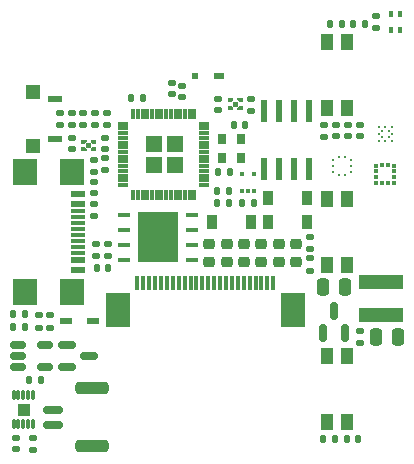
<source format=gbr>
%TF.GenerationSoftware,KiCad,Pcbnew,(6.99.0-1793-ga56955443f)*%
%TF.CreationDate,2022-09-01T09:47:35+01:00*%
%TF.ProjectId,Watchy-MrT-ESP32-S3-V1,57617463-6879-42d4-9d72-542d45535033,rev?*%
%TF.SameCoordinates,Original*%
%TF.FileFunction,Paste,Top*%
%TF.FilePolarity,Positive*%
%FSLAX46Y46*%
G04 Gerber Fmt 4.6, Leading zero omitted, Abs format (unit mm)*
G04 Created by KiCad (PCBNEW (6.99.0-1793-ga56955443f)) date 2022-09-01 09:47:35*
%MOMM*%
%LPD*%
G01*
G04 APERTURE LIST*
G04 Aperture macros list*
%AMRoundRect*
0 Rectangle with rounded corners*
0 $1 Rounding radius*
0 $2 $3 $4 $5 $6 $7 $8 $9 X,Y pos of 4 corners*
0 Add a 4 corners polygon primitive as box body*
4,1,4,$2,$3,$4,$5,$6,$7,$8,$9,$2,$3,0*
0 Add four circle primitives for the rounded corners*
1,1,$1+$1,$2,$3*
1,1,$1+$1,$4,$5*
1,1,$1+$1,$6,$7*
1,1,$1+$1,$8,$9*
0 Add four rect primitives between the rounded corners*
20,1,$1+$1,$2,$3,$4,$5,0*
20,1,$1+$1,$4,$5,$6,$7,0*
20,1,$1+$1,$6,$7,$8,$9,0*
20,1,$1+$1,$8,$9,$2,$3,0*%
G04 Aperture macros list end*
%ADD10C,0.010000*%
%ADD11C,0.000100*%
%ADD12RoundRect,0.140000X0.170000X-0.140000X0.170000X0.140000X-0.170000X0.140000X-0.170000X-0.140000X0*%
%ADD13RoundRect,0.150000X-0.587500X-0.150000X0.587500X-0.150000X0.587500X0.150000X-0.587500X0.150000X0*%
%ADD14R,0.250000X0.275000*%
%ADD15R,0.275000X0.250000*%
%ADD16R,0.533400X1.981200*%
%ADD17C,0.200000*%
%ADD18R,0.375000X0.350000*%
%ADD19R,0.350000X0.375000*%
%ADD20R,0.300000X1.300000*%
%ADD21R,2.000000X3.000000*%
%ADD22RoundRect,0.006600X-0.103400X0.373400X-0.103400X-0.373400X0.103400X-0.373400X0.103400X0.373400X0*%
%ADD23RoundRect,0.150000X0.150000X-0.587500X0.150000X0.587500X-0.150000X0.587500X-0.150000X-0.587500X0*%
%ADD24RoundRect,0.135000X0.185000X-0.135000X0.185000X0.135000X-0.185000X0.135000X-0.185000X-0.135000X0*%
%ADD25RoundRect,0.250000X0.250000X0.475000X-0.250000X0.475000X-0.250000X-0.475000X0.250000X-0.475000X0*%
%ADD26RoundRect,0.150000X-0.512500X-0.150000X0.512500X-0.150000X0.512500X0.150000X-0.512500X0.150000X0*%
%ADD27RoundRect,0.140000X-0.140000X-0.170000X0.140000X-0.170000X0.140000X0.170000X-0.140000X0.170000X0*%
%ADD28RoundRect,0.225000X0.250000X-0.225000X0.250000X0.225000X-0.250000X0.225000X-0.250000X-0.225000X0*%
%ADD29RoundRect,0.135000X-0.135000X-0.185000X0.135000X-0.185000X0.135000X0.185000X-0.135000X0.185000X0*%
%ADD30R,1.050000X0.450000*%
%ADD31R,3.450000X4.350000*%
%ADD32RoundRect,0.150000X-0.700000X0.150000X-0.700000X-0.150000X0.700000X-0.150000X0.700000X0.150000X0*%
%ADD33RoundRect,0.250000X-1.150000X0.250000X-1.150000X-0.250000X1.150000X-0.250000X1.150000X0.250000X0*%
%ADD34RoundRect,0.250000X-0.250000X-0.475000X0.250000X-0.475000X0.250000X0.475000X-0.250000X0.475000X0*%
%ADD35R,1.150000X0.600000*%
%ADD36R,1.150000X0.300000*%
%ADD37R,2.000000X2.180000*%
%ADD38RoundRect,0.006600X-0.103400X0.398400X-0.103400X-0.398400X0.103400X-0.398400X0.103400X0.398400X0*%
%ADD39RoundRect,0.022000X-0.383000X0.088000X-0.383000X-0.088000X0.383000X-0.088000X0.383000X0.088000X0*%
%ADD40R,1.000000X1.400000*%
%ADD41R,0.900000X1.200000*%
%ADD42R,0.650000X0.850000*%
%ADD43R,0.300000X0.450000*%
%ADD44RoundRect,0.140000X-0.170000X0.140000X-0.170000X-0.140000X0.170000X-0.140000X0.170000X0.140000X0*%
%ADD45RoundRect,0.135000X0.135000X0.185000X-0.135000X0.185000X-0.135000X-0.185000X0.135000X-0.185000X0*%
%ADD46RoundRect,0.147500X0.147500X0.172500X-0.147500X0.172500X-0.147500X-0.172500X0.147500X-0.172500X0*%
%ADD47R,1.200000X1.200000*%
%ADD48R,1.200000X0.500000*%
%ADD49R,1.100000X0.500000*%
%ADD50R,0.400000X0.500000*%
%ADD51RoundRect,0.140000X0.140000X0.170000X-0.140000X0.170000X-0.140000X-0.170000X0.140000X-0.170000X0*%
%ADD52R,0.500000X0.500000*%
%ADD53R,0.900000X0.500000*%
%ADD54R,3.700000X1.200000*%
G04 APERTURE END LIST*
%TO.C,U4*%
G36*
X128976500Y-63564000D02*
G01*
X128648500Y-63564000D01*
X128648500Y-63236000D01*
X128976500Y-63236000D01*
X128976500Y-63564000D01*
G37*
D10*
X128976500Y-63564000D02*
X128648500Y-63564000D01*
X128648500Y-63236000D01*
X128976500Y-63236000D01*
X128976500Y-63564000D01*
G36*
X129412500Y-63855000D02*
G01*
X129022500Y-63855000D01*
X129022500Y-63745000D01*
X129172500Y-63595000D01*
X129412500Y-63595000D01*
X129412500Y-63855000D01*
G37*
D11*
X129412500Y-63855000D02*
X129022500Y-63855000D01*
X129022500Y-63745000D01*
X129172500Y-63595000D01*
X129412500Y-63595000D01*
X129412500Y-63855000D01*
G36*
X129412500Y-63205000D02*
G01*
X129172500Y-63205000D01*
X129022500Y-63055000D01*
X129022500Y-62945000D01*
X129412500Y-62945000D01*
X129412500Y-63205000D01*
G37*
X129412500Y-63205000D02*
X129172500Y-63205000D01*
X129022500Y-63055000D01*
X129022500Y-62945000D01*
X129412500Y-62945000D01*
X129412500Y-63205000D01*
G36*
X128602500Y-63745000D02*
G01*
X128602500Y-63855000D01*
X128212500Y-63855000D01*
X128212500Y-63595000D01*
X128452500Y-63595000D01*
X128602500Y-63745000D01*
G37*
X128602500Y-63745000D02*
X128602500Y-63855000D01*
X128212500Y-63855000D01*
X128212500Y-63595000D01*
X128452500Y-63595000D01*
X128602500Y-63745000D01*
G36*
X128602500Y-63055000D02*
G01*
X128452500Y-63205000D01*
X128212500Y-63205000D01*
X128212500Y-62945000D01*
X128602500Y-62945000D01*
X128602500Y-63055000D01*
G37*
X128602500Y-63055000D02*
X128452500Y-63205000D01*
X128212500Y-63205000D01*
X128212500Y-62945000D01*
X128602500Y-62945000D01*
X128602500Y-63055000D01*
%TO.C,U3*%
G36*
X116564000Y-67064000D02*
G01*
X116236000Y-67064000D01*
X116236000Y-66736000D01*
X116564000Y-66736000D01*
X116564000Y-67064000D01*
G37*
D10*
X116564000Y-67064000D02*
X116236000Y-67064000D01*
X116236000Y-66736000D01*
X116564000Y-66736000D01*
X116564000Y-67064000D01*
G36*
X117000000Y-67355000D02*
G01*
X116610000Y-67355000D01*
X116610000Y-67245000D01*
X116760000Y-67095000D01*
X117000000Y-67095000D01*
X117000000Y-67355000D01*
G37*
D11*
X117000000Y-67355000D02*
X116610000Y-67355000D01*
X116610000Y-67245000D01*
X116760000Y-67095000D01*
X117000000Y-67095000D01*
X117000000Y-67355000D01*
G36*
X117000000Y-66705000D02*
G01*
X116760000Y-66705000D01*
X116610000Y-66555000D01*
X116610000Y-66445000D01*
X117000000Y-66445000D01*
X117000000Y-66705000D01*
G37*
X117000000Y-66705000D02*
X116760000Y-66705000D01*
X116610000Y-66555000D01*
X116610000Y-66445000D01*
X117000000Y-66445000D01*
X117000000Y-66705000D01*
G36*
X116190000Y-67245000D02*
G01*
X116190000Y-67355000D01*
X115800000Y-67355000D01*
X115800000Y-67095000D01*
X116040000Y-67095000D01*
X116190000Y-67245000D01*
G37*
X116190000Y-67245000D02*
X116190000Y-67355000D01*
X115800000Y-67355000D01*
X115800000Y-67095000D01*
X116040000Y-67095000D01*
X116190000Y-67245000D01*
G36*
X116190000Y-66555000D02*
G01*
X116040000Y-66705000D01*
X115800000Y-66705000D01*
X115800000Y-66445000D01*
X116190000Y-66445000D01*
X116190000Y-66555000D01*
G37*
X116190000Y-66555000D02*
X116040000Y-66705000D01*
X115800000Y-66705000D01*
X115800000Y-66445000D01*
X116190000Y-66445000D01*
X116190000Y-66555000D01*
%TO.C,U10*%
G36*
X111370000Y-89740000D02*
G01*
X110430000Y-89740000D01*
X110430000Y-88860000D01*
X111370000Y-88860000D01*
X111370000Y-89740000D01*
G37*
D10*
X111370000Y-89740000D02*
X110430000Y-89740000D01*
X110430000Y-88860000D01*
X111370000Y-88860000D01*
X111370000Y-89740000D01*
%TO.C,U1*%
G36*
X124315000Y-67455000D02*
G01*
X123045000Y-67455000D01*
X123045000Y-66185000D01*
X124315000Y-66185000D01*
X124315000Y-67455000D01*
G37*
X124315000Y-67455000D02*
X123045000Y-67455000D01*
X123045000Y-66185000D01*
X124315000Y-66185000D01*
X124315000Y-67455000D01*
G36*
X122555000Y-67455000D02*
G01*
X121285000Y-67455000D01*
X121285000Y-66185000D01*
X122555000Y-66185000D01*
X122555000Y-67455000D01*
G37*
X122555000Y-67455000D02*
X121285000Y-67455000D01*
X121285000Y-66185000D01*
X122555000Y-66185000D01*
X122555000Y-67455000D01*
G36*
X124315000Y-69215000D02*
G01*
X123045000Y-69215000D01*
X123045000Y-67945000D01*
X124315000Y-67945000D01*
X124315000Y-69215000D01*
G37*
X124315000Y-69215000D02*
X123045000Y-69215000D01*
X123045000Y-67945000D01*
X124315000Y-67945000D01*
X124315000Y-69215000D01*
G36*
X122555000Y-69215000D02*
G01*
X121285000Y-69215000D01*
X121285000Y-67945000D01*
X122555000Y-67945000D01*
X122555000Y-69215000D01*
G37*
X122555000Y-69215000D02*
X121285000Y-69215000D01*
X121285000Y-67945000D01*
X122555000Y-67945000D01*
X122555000Y-69215000D01*
%TD*%
D12*
%TO.C,C28*%
X140800000Y-56980000D03*
X140800000Y-56020000D03*
%TD*%
D13*
%TO.C,Q2*%
X114612500Y-83800000D03*
X114612500Y-85700000D03*
X116487500Y-84750000D03*
%TD*%
D14*
%TO.C,IC2*%
X138149999Y-67936999D03*
X137649999Y-67936999D03*
D15*
X137137999Y-68199999D03*
X137137999Y-68699999D03*
X137137999Y-69199999D03*
D14*
X137649999Y-69462999D03*
X138149999Y-69462999D03*
D15*
X138661999Y-69199999D03*
X138661999Y-68699999D03*
X138661999Y-68199999D03*
%TD*%
D16*
%TO.C,U6*%
X131294999Y-68963799D03*
X132564999Y-68963799D03*
X133834999Y-68963799D03*
X135104999Y-68963799D03*
X135104999Y-64036199D03*
X133834999Y-64036199D03*
X132564999Y-64036199D03*
X131294999Y-64036199D03*
%TD*%
D17*
%TO.C,U7*%
X140981750Y-65399000D03*
X141547750Y-65399000D03*
X142113750Y-65399000D03*
X141264750Y-65682000D03*
X141830750Y-65682000D03*
X140981750Y-65965000D03*
X142113750Y-65965000D03*
X141264750Y-66248000D03*
X141830750Y-66248000D03*
X140981750Y-66531000D03*
X141547750Y-66531000D03*
X142113750Y-66531000D03*
%TD*%
D12*
%TO.C,C35*%
X124350000Y-62880000D03*
X124350000Y-61920000D03*
%TD*%
D18*
%TO.C,U8*%
X140787499Y-68649999D03*
X140787499Y-69149999D03*
X140787499Y-69649999D03*
X140787499Y-70149999D03*
D19*
X141299999Y-70162499D03*
X141799999Y-70162499D03*
D18*
X142312499Y-70149999D03*
X142312499Y-69649999D03*
X142312499Y-69149999D03*
X142312499Y-68649999D03*
D19*
X141799999Y-68637499D03*
X141299999Y-68637499D03*
%TD*%
D20*
%TO.C,J1*%
X132069999Y-78569999D03*
X131569999Y-78569999D03*
X131069999Y-78569999D03*
X130569999Y-78569999D03*
X130069999Y-78569999D03*
X129569999Y-78569999D03*
X129069999Y-78569999D03*
X128569999Y-78569999D03*
X128069999Y-78569999D03*
X127569999Y-78569999D03*
X127069999Y-78569999D03*
X126569999Y-78569999D03*
X126069999Y-78569999D03*
X125569999Y-78569999D03*
X125069999Y-78569999D03*
X124569999Y-78569999D03*
X124069999Y-78569999D03*
X123569999Y-78569999D03*
X123069999Y-78569999D03*
X122569999Y-78569999D03*
X122069999Y-78569999D03*
X121569999Y-78569999D03*
X121069999Y-78569999D03*
X120569999Y-78569999D03*
D21*
X118919999Y-80919999D03*
X133719999Y-80919999D03*
%TD*%
D22*
%TO.C,U10*%
X111700000Y-88070000D03*
X111300000Y-88070000D03*
X110900000Y-88070000D03*
X110500000Y-88070000D03*
X110100000Y-88070000D03*
X110100000Y-90530000D03*
X110500000Y-90530000D03*
X110900000Y-90530000D03*
X111300000Y-90530000D03*
X111700000Y-90530000D03*
%TD*%
D23*
%TO.C,Q1*%
X136250000Y-82812500D03*
X138150000Y-82812500D03*
X137200000Y-80937500D03*
%TD*%
D24*
%TO.C,R6*%
X113200000Y-82360000D03*
X113200000Y-81340000D03*
%TD*%
D12*
%TO.C,C27*%
X137400000Y-66180000D03*
X137400000Y-65220000D03*
%TD*%
D25*
%TO.C,C8*%
X142650000Y-83175000D03*
X140750000Y-83175000D03*
%TD*%
D12*
%TO.C,C30*%
X117000000Y-65180000D03*
X117000000Y-64220000D03*
%TD*%
D26*
%TO.C,U2*%
X110462500Y-83800000D03*
X110462500Y-84750000D03*
X110462500Y-85700000D03*
X112737500Y-85700000D03*
X112737500Y-83800000D03*
%TD*%
D27*
%TO.C,C1*%
X128720000Y-65200000D03*
X129680000Y-65200000D03*
%TD*%
D24*
%TO.C,R3*%
X135200000Y-77535000D03*
X135200000Y-76515000D03*
%TD*%
D28*
%TO.C,C16*%
X126650000Y-76800000D03*
X126650000Y-75250000D03*
%TD*%
D29*
%TO.C,R17*%
X120030000Y-62900000D03*
X121050000Y-62900000D03*
%TD*%
D24*
%TO.C,R9*%
X111700000Y-92710000D03*
X111700000Y-91690000D03*
%TD*%
D28*
%TO.C,C10*%
X129600000Y-76800000D03*
X129600000Y-75250000D03*
%TD*%
D30*
%TO.C,IC1*%
X125149999Y-76604999D03*
X125149999Y-75334999D03*
X125149999Y-74064999D03*
X125149999Y-72794999D03*
X119449999Y-72794999D03*
X119449999Y-74064999D03*
X119449999Y-75334999D03*
X119449999Y-76604999D03*
D31*
X122299999Y-74699999D03*
%TD*%
D32*
%TO.C,J3*%
X113400000Y-89325000D03*
X113400000Y-90575000D03*
D33*
X116750000Y-87475000D03*
X116750000Y-92425000D03*
%TD*%
D34*
%TO.C,C9*%
X136250000Y-78950000D03*
X138150000Y-78950000D03*
%TD*%
D35*
%TO.C,J2*%
X115564999Y-71069999D03*
X115564999Y-71869999D03*
D36*
X115564999Y-73019999D03*
X115564999Y-74019999D03*
X115564999Y-74519999D03*
X115564999Y-75519999D03*
D35*
X115564999Y-77469999D03*
X115564999Y-76669999D03*
D36*
X115564999Y-76019999D03*
X115564999Y-75019999D03*
X115564999Y-73519999D03*
X115564999Y-72519999D03*
D37*
X114989999Y-69159999D03*
X114989999Y-79379999D03*
X111059999Y-69159999D03*
X111059999Y-79379999D03*
%TD*%
D38*
%TO.C,U1*%
X125400000Y-64255000D03*
X125000000Y-64255000D03*
X124600000Y-64255000D03*
X124200000Y-64255000D03*
X123800000Y-64255000D03*
X123400000Y-64255000D03*
X123000000Y-64255000D03*
X122600000Y-64255000D03*
X122200000Y-64255000D03*
X121800000Y-64255000D03*
X121400000Y-64255000D03*
X121000000Y-64255000D03*
X120600000Y-64255000D03*
X120200000Y-64255000D03*
D39*
X119355000Y-65100000D03*
X119355000Y-65500000D03*
X119355000Y-65900000D03*
X119355000Y-66300000D03*
X119355000Y-66700000D03*
X119355000Y-67100000D03*
X119355000Y-67500000D03*
X119355000Y-67900000D03*
X119355000Y-68300000D03*
X119355000Y-68700000D03*
X119355000Y-69100000D03*
X119355000Y-69500000D03*
X119355000Y-69900000D03*
X119355000Y-70300000D03*
D38*
X120200000Y-71145000D03*
X120600000Y-71145000D03*
X121000000Y-71145000D03*
X121400000Y-71145000D03*
X121800000Y-71145000D03*
X122200000Y-71145000D03*
X122600000Y-71145000D03*
X123000000Y-71145000D03*
X123400000Y-71145000D03*
X123800000Y-71145000D03*
X124200000Y-71145000D03*
X124600000Y-71145000D03*
X125000000Y-71145000D03*
X125400000Y-71145000D03*
D39*
X126245000Y-70300000D03*
X126245000Y-69900000D03*
X126245000Y-69500000D03*
X126245000Y-69100000D03*
X126245000Y-68700000D03*
X126245000Y-68300000D03*
X126245000Y-67900000D03*
X126245000Y-67500000D03*
X126245000Y-67100000D03*
X126245000Y-66700000D03*
X126245000Y-66300000D03*
X126245000Y-65900000D03*
X126245000Y-65500000D03*
X126245000Y-65100000D03*
%TD*%
D40*
%TO.C,SW2*%
X138349999Y-71474999D03*
X136649999Y-71474999D03*
X138349999Y-77074999D03*
X136649999Y-77074999D03*
%TD*%
D41*
%TO.C,D2*%
X131649999Y-71399999D03*
X134949999Y-71399999D03*
%TD*%
D28*
%TO.C,C15*%
X128125000Y-76800000D03*
X128125000Y-75250000D03*
%TD*%
D29*
%TO.C,R18*%
X136890000Y-56700000D03*
X137910000Y-56700000D03*
%TD*%
D42*
%TO.C,Y1*%
X127724999Y-67974999D03*
X129374999Y-67974999D03*
X129374999Y-66424999D03*
X127724999Y-66424999D03*
%TD*%
D43*
%TO.C,U5*%
X129399999Y-70799999D03*
X129899999Y-70799999D03*
X130399999Y-70799999D03*
X130399999Y-69399999D03*
X129399999Y-69399999D03*
%TD*%
D41*
%TO.C,D1*%
X130149999Y-73399999D03*
X126849999Y-73399999D03*
%TD*%
D24*
%TO.C,R13*%
X117025000Y-76335000D03*
X117025000Y-75315000D03*
%TD*%
D28*
%TO.C,C12*%
X134025000Y-76800000D03*
X134025000Y-75250000D03*
%TD*%
D12*
%TO.C,C3*%
X115000000Y-65180000D03*
X115000000Y-64220000D03*
%TD*%
D24*
%TO.C,R7*%
X112200000Y-82360000D03*
X112200000Y-81340000D03*
%TD*%
D12*
%TO.C,C32*%
X123500000Y-62630000D03*
X123500000Y-61670000D03*
%TD*%
D44*
%TO.C,C23*%
X130200000Y-63040000D03*
X130200000Y-64000000D03*
%TD*%
D40*
%TO.C,SW1*%
X138349999Y-58199999D03*
X136649999Y-58199999D03*
X138349999Y-63799999D03*
X136649999Y-63799999D03*
%TD*%
D45*
%TO.C,R8*%
X111060000Y-82300000D03*
X110040000Y-82300000D03*
%TD*%
D28*
%TO.C,C13*%
X132550000Y-76800000D03*
X132550000Y-75250000D03*
%TD*%
D44*
%TO.C,C22*%
X117800000Y-66320000D03*
X117800000Y-67280000D03*
%TD*%
D24*
%TO.C,R15*%
X135200000Y-75710000D03*
X135200000Y-74690000D03*
%TD*%
D27*
%TO.C,C11*%
X138300000Y-91800000D03*
X139260000Y-91800000D03*
%TD*%
D29*
%TO.C,R19*%
X138790000Y-56700000D03*
X139810000Y-56700000D03*
%TD*%
D12*
%TO.C,C29*%
X118000000Y-65180000D03*
X118000000Y-64220000D03*
%TD*%
D40*
%TO.C,SW3*%
X138349999Y-84749999D03*
X136649999Y-84749999D03*
X138349999Y-90349999D03*
X136649999Y-90349999D03*
%TD*%
D28*
%TO.C,C14*%
X131075000Y-76800000D03*
X131075000Y-75250000D03*
%TD*%
D46*
%TO.C,D5*%
X111035000Y-81250000D03*
X110065000Y-81250000D03*
%TD*%
D44*
%TO.C,C21*%
X115000000Y-66320000D03*
X115000000Y-67280000D03*
%TD*%
D47*
%TO.C,SW4*%
X111741749Y-66985999D03*
X111741749Y-62413999D03*
D48*
X113583249Y-66374999D03*
X113583249Y-63024999D03*
%TD*%
D49*
%TO.C,D4*%
X116849999Y-81849999D03*
X114549999Y-81849999D03*
%TD*%
D44*
%TO.C,C31*%
X116900000Y-68220000D03*
X116900000Y-69180000D03*
%TD*%
%TO.C,C17*%
X110300000Y-91720000D03*
X110300000Y-92680000D03*
%TD*%
D50*
%TO.C,U9*%
X142799999Y-55799999D03*
X141999999Y-55799999D03*
X141999999Y-57199999D03*
X142799999Y-57199999D03*
%TD*%
D51*
%TO.C,C4*%
X112380000Y-86800000D03*
X111420000Y-86800000D03*
%TD*%
D41*
%TO.C,D3*%
X131649999Y-73399999D03*
X134949999Y-73399999D03*
%TD*%
D24*
%TO.C,R14*%
X136400000Y-66210000D03*
X136400000Y-65190000D03*
%TD*%
D51*
%TO.C,C5*%
X128300000Y-71800000D03*
X127340000Y-71800000D03*
%TD*%
D12*
%TO.C,C26*%
X139400000Y-66180000D03*
X139400000Y-65220000D03*
%TD*%
D52*
%TO.C,AE1*%
X125404999Y-61099999D03*
D53*
X127504999Y-61099999D03*
%TD*%
D45*
%TO.C,R4*%
X128310000Y-70800000D03*
X127290000Y-70800000D03*
%TD*%
D24*
%TO.C,R10*%
X117800000Y-69060000D03*
X117800000Y-68040000D03*
%TD*%
D44*
%TO.C,C20*%
X127400000Y-63020000D03*
X127400000Y-63980000D03*
%TD*%
D51*
%TO.C,C2*%
X128380000Y-69200000D03*
X127420000Y-69200000D03*
%TD*%
%TO.C,C7*%
X118080000Y-77300000D03*
X117120000Y-77300000D03*
%TD*%
D12*
%TO.C,C25*%
X138400000Y-66180000D03*
X138400000Y-65220000D03*
%TD*%
D29*
%TO.C,R2*%
X129390000Y-71800000D03*
X130410000Y-71800000D03*
%TD*%
D24*
%TO.C,R1*%
X114000000Y-65210000D03*
X114000000Y-64190000D03*
%TD*%
D44*
%TO.C,C33*%
X116900000Y-70020000D03*
X116900000Y-70980000D03*
%TD*%
D24*
%TO.C,R12*%
X116900000Y-72935000D03*
X116900000Y-71915000D03*
%TD*%
D54*
%TO.C,L2*%
X141199999Y-78499999D03*
X141199999Y-81299999D03*
%TD*%
D12*
%TO.C,C6*%
X118100000Y-76280000D03*
X118100000Y-75320000D03*
%TD*%
D24*
%TO.C,R5*%
X139450000Y-83660000D03*
X139450000Y-82640000D03*
%TD*%
D29*
%TO.C,R16*%
X136290000Y-91800000D03*
X137310000Y-91800000D03*
%TD*%
D12*
%TO.C,C34*%
X116000000Y-65180000D03*
X116000000Y-64220000D03*
%TD*%
M02*

</source>
